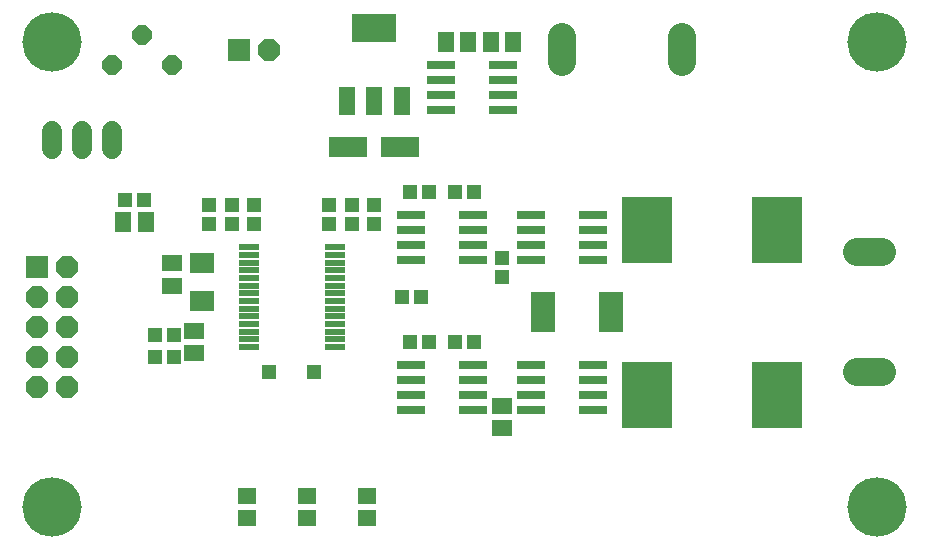
<source format=gts>
G75*
%MOIN*%
%OFA0B0*%
%FSLAX25Y25*%
%IPPOS*%
%LPD*%
%AMOC8*
5,1,8,0,0,1.08239X$1,22.5*
%
%ADD10R,0.09461X0.03162*%
%ADD11R,0.06706X0.02375*%
%ADD12R,0.04737X0.04737*%
%ADD13R,0.05918X0.05524*%
%ADD14R,0.05524X0.06706*%
%ADD15R,0.07200X0.07200*%
%ADD16OC8,0.07200*%
%ADD17OC8,0.06400*%
%ADD18C,0.06800*%
%ADD19R,0.16548X0.22454*%
%ADD20R,0.06706X0.05524*%
%ADD21R,0.07887X0.13398*%
%ADD22R,0.12611X0.07099*%
%ADD23R,0.04737X0.05131*%
%ADD24R,0.05131X0.04737*%
%ADD25R,0.07887X0.07099*%
%ADD26R,0.05600X0.09600*%
%ADD27R,0.14973X0.09461*%
%ADD28C,0.19800*%
%ADD29C,0.09200*%
D10*
X0156264Y0059000D03*
X0156264Y0064000D03*
X0156264Y0069000D03*
X0156264Y0074000D03*
X0176736Y0074000D03*
X0176736Y0069000D03*
X0176736Y0064000D03*
X0176736Y0059000D03*
X0196264Y0059000D03*
X0196264Y0064000D03*
X0196264Y0069000D03*
X0196264Y0074000D03*
X0216736Y0074000D03*
X0216736Y0069000D03*
X0216736Y0064000D03*
X0216736Y0059000D03*
X0216736Y0109000D03*
X0216736Y0114000D03*
X0216736Y0119000D03*
X0216736Y0124000D03*
X0196264Y0124000D03*
X0196264Y0119000D03*
X0196264Y0114000D03*
X0196264Y0109000D03*
X0176736Y0109000D03*
X0176736Y0114000D03*
X0176736Y0119000D03*
X0176736Y0124000D03*
X0156264Y0124000D03*
X0156264Y0119000D03*
X0156264Y0114000D03*
X0156264Y0109000D03*
X0166264Y0159000D03*
X0166264Y0164000D03*
X0166264Y0169000D03*
X0166264Y0174000D03*
X0186736Y0174000D03*
X0186736Y0169000D03*
X0186736Y0164000D03*
X0186736Y0159000D03*
D11*
X0130772Y0113134D03*
X0130772Y0110575D03*
X0130772Y0108016D03*
X0130772Y0105457D03*
X0130772Y0102898D03*
X0130772Y0100339D03*
X0130772Y0097780D03*
X0130772Y0095220D03*
X0130772Y0092661D03*
X0130772Y0090102D03*
X0130772Y0087543D03*
X0130772Y0084984D03*
X0130772Y0082425D03*
X0130772Y0079866D03*
X0102228Y0079866D03*
X0102228Y0082425D03*
X0102228Y0084984D03*
X0102228Y0087543D03*
X0102228Y0090102D03*
X0102228Y0092661D03*
X0102228Y0095220D03*
X0102228Y0097780D03*
X0102228Y0100339D03*
X0102228Y0102898D03*
X0102228Y0105457D03*
X0102228Y0108016D03*
X0102228Y0110575D03*
X0102228Y0113134D03*
D12*
X0109000Y0071500D03*
X0124000Y0071500D03*
D13*
X0121500Y0030250D03*
X0121500Y0022750D03*
X0101500Y0022750D03*
X0101500Y0030250D03*
X0141500Y0030250D03*
X0141500Y0022750D03*
D14*
X0067750Y0121500D03*
X0060250Y0121500D03*
X0167750Y0181500D03*
X0175250Y0181500D03*
X0182750Y0181500D03*
X0190250Y0181500D03*
D15*
X0099000Y0179000D03*
X0031500Y0106500D03*
D16*
X0041500Y0106500D03*
X0041500Y0096500D03*
X0031500Y0096500D03*
X0031500Y0086500D03*
X0041500Y0086500D03*
X0041500Y0076500D03*
X0031500Y0076500D03*
X0031500Y0066500D03*
X0041500Y0066500D03*
X0109000Y0179000D03*
D17*
X0076500Y0174000D03*
X0066500Y0184000D03*
X0056500Y0174000D03*
D18*
X0056500Y0152000D02*
X0056500Y0146000D01*
X0046500Y0146000D02*
X0046500Y0152000D01*
X0036500Y0152000D02*
X0036500Y0146000D01*
D19*
X0234846Y0119000D03*
X0278154Y0119000D03*
X0278154Y0064000D03*
X0234846Y0064000D03*
D20*
X0186500Y0060250D03*
X0186500Y0052750D03*
X0084000Y0077750D03*
X0084000Y0085250D03*
X0076500Y0100250D03*
X0076500Y0107750D03*
D21*
X0200250Y0091500D03*
X0222750Y0091500D03*
D22*
X0152661Y0146500D03*
X0135339Y0146500D03*
D23*
X0155875Y0131500D03*
X0162125Y0131500D03*
X0170875Y0131500D03*
X0177125Y0131500D03*
X0159625Y0096500D03*
X0153375Y0096500D03*
X0155875Y0081500D03*
X0162125Y0081500D03*
X0170875Y0081500D03*
X0177125Y0081500D03*
X0077125Y0084000D03*
X0070875Y0084000D03*
X0070875Y0076500D03*
X0077125Y0076500D03*
X0067125Y0129000D03*
X0060875Y0129000D03*
D24*
X0089000Y0127125D03*
X0096500Y0127125D03*
X0104000Y0127125D03*
X0104000Y0120875D03*
X0096500Y0120875D03*
X0089000Y0120875D03*
X0129000Y0120875D03*
X0136500Y0120875D03*
X0144000Y0120875D03*
X0144000Y0127125D03*
X0136500Y0127125D03*
X0129000Y0127125D03*
X0186500Y0109625D03*
X0186500Y0103375D03*
D25*
X0086500Y0107750D03*
X0086500Y0095250D03*
D26*
X0134900Y0161800D03*
X0144000Y0161800D03*
X0153100Y0161800D03*
D27*
X0144000Y0186201D03*
D28*
X0036500Y0026500D03*
X0036500Y0181500D03*
X0311500Y0181500D03*
X0311500Y0026500D03*
D29*
X0313200Y0071500D02*
X0304800Y0071500D01*
X0304800Y0111500D02*
X0313200Y0111500D01*
X0246500Y0174800D02*
X0246500Y0183200D01*
X0206500Y0183200D02*
X0206500Y0174800D01*
M02*

</source>
